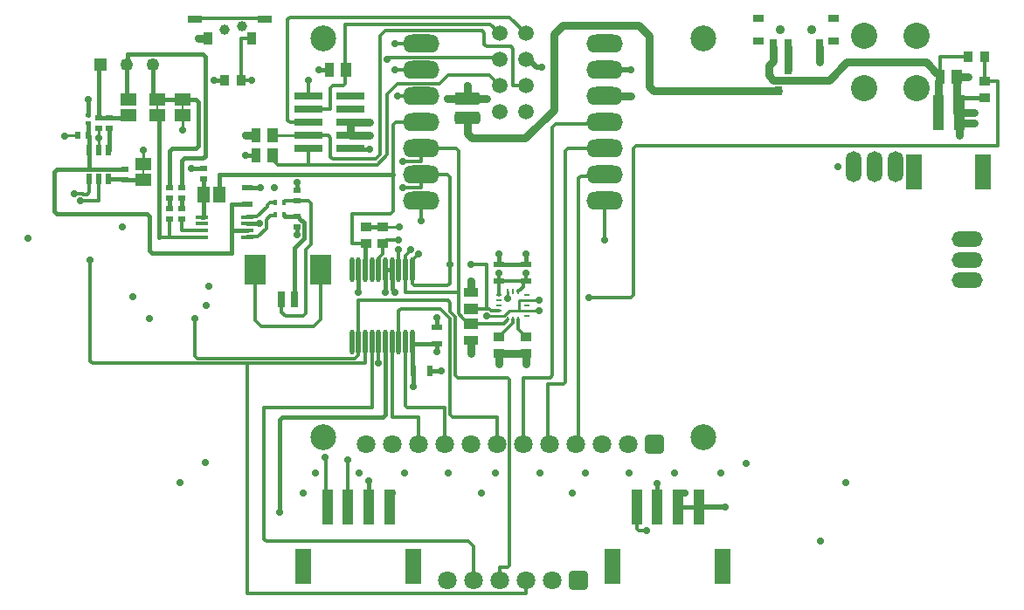
<source format=gbr>
%TF.GenerationSoftware,Altium Limited,Altium Designer,23.8.1 (32)*%
G04 Layer_Physical_Order=1*
G04 Layer_Color=255*
%FSLAX26Y26*%
%MOIN*%
%TF.SameCoordinates,3D9DC474-E985-4460-AF93-8E70B63C00C8*%
%TF.FilePolarity,Positive*%
%TF.FileFunction,Copper,L1,Top,Signal*%
%TF.Part,Single*%
G01*
G75*
%TA.AperFunction,SMDPad,CuDef*%
%ADD10R,0.059055X0.133858*%
%ADD11R,0.039370X0.137795*%
%ADD12R,0.082677X0.118110*%
%ADD13R,0.031496X0.062992*%
%ADD14R,0.027559X0.023622*%
%ADD15R,0.015748X0.019685*%
%ADD16R,0.046000X0.063000*%
%ADD17R,0.008000X0.025000*%
%ADD18R,0.063000X0.046000*%
%ADD19R,0.023622X0.027559*%
%ADD20R,0.051180X0.015750*%
%ADD21R,0.019685X0.015748*%
%ADD22R,0.039370X0.023000*%
%ADD23R,0.023622X0.043307*%
%ADD24R,0.109843X0.029134*%
%ADD25O,0.017716X0.094488*%
%ADD26R,0.039370X0.037402*%
%ADD27R,0.037402X0.057087*%
%ADD28R,0.039370X0.057087*%
%ADD29R,0.037402X0.039370*%
%TA.AperFunction,BGAPad,CuDef*%
%ADD30C,0.059055*%
%TA.AperFunction,SMDPad,CuDef*%
%ADD31O,0.140000X0.070000*%
G04:AMPARAMS|DCode=32|XSize=49.213mil|YSize=98.425mil|CornerRadius=12.303mil|HoleSize=0mil|Usage=FLASHONLY|Rotation=90.000|XOffset=0mil|YOffset=0mil|HoleType=Round|Shape=RoundedRectangle|*
%AMROUNDEDRECTD32*
21,1,0.049213,0.073819,0,0,90.0*
21,1,0.024606,0.098425,0,0,90.0*
1,1,0.024606,0.036909,0.012303*
1,1,0.024606,0.036909,-0.012303*
1,1,0.024606,-0.036909,-0.012303*
1,1,0.024606,-0.036909,0.012303*
%
%ADD32ROUNDEDRECTD32*%
%ADD33R,0.027560X0.059060*%
%ADD34R,0.019690X0.009840*%
%ADD35R,0.023000X0.039370*%
%ADD36R,0.035430X0.050000*%
%ADD37R,0.057087X0.039370*%
%ADD38R,0.009840X0.019690*%
%ADD39R,0.057087X0.037402*%
%ADD40R,0.057090X0.031500*%
%ADD41R,0.031496X0.035433*%
%ADD42R,0.039370X0.031500*%
%TA.AperFunction,Conductor*%
%ADD43C,0.016000*%
%ADD44C,0.013800*%
%ADD45C,0.020000*%
%ADD46C,0.006000*%
%ADD47C,0.013790*%
%ADD48C,0.030000*%
%ADD49C,0.010000*%
%ADD50C,0.012000*%
%TA.AperFunction,ComponentPad*%
%ADD51C,0.049213*%
%ADD52R,0.049213X0.049213*%
%ADD53C,0.100000*%
%ADD54C,0.070866*%
G04:AMPARAMS|DCode=55|XSize=70.866mil|YSize=70.866mil|CornerRadius=8.858mil|HoleSize=0mil|Usage=FLASHONLY|Rotation=180.000|XOffset=0mil|YOffset=0mil|HoleType=Round|Shape=RoundedRectangle|*
%AMROUNDEDRECTD55*
21,1,0.070866,0.053150,0,0,180.0*
21,1,0.053150,0.070866,0,0,180.0*
1,1,0.017716,-0.026575,0.026575*
1,1,0.017716,0.026575,0.026575*
1,1,0.017716,0.026575,-0.026575*
1,1,0.017716,-0.026575,-0.026575*
%
%ADD55ROUNDEDRECTD55*%
%ADD56O,0.118120X0.059060*%
%ADD57O,0.059060X0.118120*%
%ADD58C,0.039370*%
%ADD59C,0.035430*%
%TA.AperFunction,ViaPad*%
%ADD60C,0.028000*%
%ADD61C,0.098425*%
D10*
X800630Y-996063D02*
D03*
X379370D02*
D03*
X-379370Y-996063D02*
D03*
X-800630D02*
D03*
X1794390Y511949D02*
D03*
X1530610D02*
D03*
D11*
X708110Y-769685D02*
D03*
X471890D02*
D03*
X629370D02*
D03*
X550630D02*
D03*
X-471890Y-769685D02*
D03*
X-708110D02*
D03*
X-550630D02*
D03*
X-629370D02*
D03*
X1701870Y738327D02*
D03*
X1623130D02*
D03*
D12*
X-983189Y137087D02*
D03*
X-733189D02*
D03*
D13*
X-882795Y22913D02*
D03*
X-833583Y22913D02*
D03*
D14*
X-823189Y439370D02*
D03*
Y400000D02*
D03*
Y340360D02*
D03*
Y300990D02*
D03*
X-1479370Y482315D02*
D03*
Y521685D02*
D03*
X-1262800Y449685D02*
D03*
Y410315D02*
D03*
X-1579685Y676567D02*
D03*
Y715937D02*
D03*
X-1180000Y483315D02*
D03*
Y522685D02*
D03*
X-1310000Y449685D02*
D03*
Y410315D02*
D03*
X-1309060Y330315D02*
D03*
Y369685D02*
D03*
X-1262800Y330315D02*
D03*
Y369685D02*
D03*
X-1541299Y715937D02*
D03*
X-1541299Y676567D02*
D03*
D15*
X-905748Y395478D02*
D03*
X-874252D02*
D03*
X-905748Y346265D02*
D03*
X-874252D02*
D03*
D16*
X-1120000Y425000D02*
D03*
X-1180000D02*
D03*
D17*
X-1410000Y510000D02*
D03*
X-1357601Y755937D02*
D03*
X-1260000D02*
D03*
D18*
X-1410000Y540000D02*
D03*
Y480000D02*
D03*
X-1357601Y725937D02*
D03*
Y785937D02*
D03*
X-1260000Y725937D02*
D03*
Y785937D02*
D03*
X-1465590Y725937D02*
D03*
Y785937D02*
D03*
D19*
X-1659409Y649252D02*
D03*
X-1620039D02*
D03*
D20*
X-1013390Y338390D02*
D03*
Y312800D02*
D03*
Y287200D02*
D03*
Y261610D02*
D03*
X-1186610D02*
D03*
Y287200D02*
D03*
Y312800D02*
D03*
Y338390D02*
D03*
D21*
X-1620039Y727748D02*
D03*
Y696252D02*
D03*
D22*
X-1013390Y451181D02*
D03*
Y388189D02*
D03*
X-290000Y-144606D02*
D03*
Y-81614D02*
D03*
X50000Y156496D02*
D03*
X-53150D02*
D03*
Y93504D02*
D03*
X50000D02*
D03*
D23*
X-1542283Y484882D02*
D03*
X-1579685D02*
D03*
X-1617087D02*
D03*
Y595118D02*
D03*
X-1579685D02*
D03*
X-1542283D02*
D03*
D24*
X-619882Y600000D02*
D03*
Y750000D02*
D03*
Y800000D02*
D03*
X-780118Y600000D02*
D03*
Y650000D02*
D03*
Y700000D02*
D03*
Y750000D02*
D03*
Y800000D02*
D03*
X-619882Y650000D02*
D03*
Y700000D02*
D03*
D25*
X-512796Y-137795D02*
D03*
X-461614D02*
D03*
X-384842Y137795D02*
D03*
X-410434D02*
D03*
X-436024D02*
D03*
X-461614D02*
D03*
X-487204D02*
D03*
X-512796D02*
D03*
X-538386D02*
D03*
X-563976D02*
D03*
X-589566D02*
D03*
X-615158D02*
D03*
X-384842Y-137795D02*
D03*
X-615158D02*
D03*
X-563976D02*
D03*
X-410434D02*
D03*
X-538386D02*
D03*
X-589566D02*
D03*
X-436024D02*
D03*
X-487204D02*
D03*
D26*
X1800000Y856496D02*
D03*
Y793504D02*
D03*
X-496299Y238190D02*
D03*
X-560275Y301182D02*
D03*
Y238190D02*
D03*
X-496299Y301182D02*
D03*
X-53150Y-118504D02*
D03*
Y-181496D02*
D03*
X50000Y-118504D02*
D03*
Y-181496D02*
D03*
D27*
X1631004Y875000D02*
D03*
X-701496Y900000D02*
D03*
X-981496Y650000D02*
D03*
Y575000D02*
D03*
D28*
X1693996Y875000D02*
D03*
X-638504Y900000D02*
D03*
X-918504Y575000D02*
D03*
Y650000D02*
D03*
D29*
X1800000Y950000D02*
D03*
X1737008D02*
D03*
X-1038504Y860000D02*
D03*
X-1101496D02*
D03*
D30*
X50000Y1040000D02*
D03*
X-50000D02*
D03*
X50000Y940000D02*
D03*
X-50000D02*
D03*
X50000Y840000D02*
D03*
X-50000D02*
D03*
X50000Y740000D02*
D03*
X-50000D02*
D03*
D31*
X350000Y400000D02*
D03*
Y500000D02*
D03*
Y600000D02*
D03*
Y700000D02*
D03*
Y800000D02*
D03*
Y900000D02*
D03*
Y1000000D02*
D03*
X-350000Y400000D02*
D03*
Y500000D02*
D03*
Y600000D02*
D03*
Y1000000D02*
D03*
Y900000D02*
D03*
Y800000D02*
D03*
Y700000D02*
D03*
D32*
X-175000Y716043D02*
D03*
Y791043D02*
D03*
D33*
X1168580Y986100D02*
D03*
X1050470D02*
D03*
X991420D02*
D03*
D34*
X53150Y19690D02*
D03*
Y-19690D02*
D03*
X-53150Y-39370D02*
D03*
Y-19690D02*
D03*
Y39370D02*
D03*
Y19690D02*
D03*
Y0D02*
D03*
X53150Y-39370D02*
D03*
Y0D02*
D03*
Y39370D02*
D03*
D35*
X-318504Y-250000D02*
D03*
X-381496D02*
D03*
D36*
X-1162680Y1019570D02*
D03*
X-997320D02*
D03*
D37*
X-160000Y-11496D02*
D03*
Y-68504D02*
D03*
D38*
X-19690Y-53150D02*
D03*
X0D02*
D03*
X19690D02*
D03*
Y53150D02*
D03*
X0D02*
D03*
X-19690D02*
D03*
D39*
X-160000Y51496D02*
D03*
Y-131496D02*
D03*
D40*
X-1212870Y1094370D02*
D03*
X-947130D02*
D03*
D41*
X1012598Y821260D02*
D03*
X975196Y900000D02*
D03*
X1050000D02*
D03*
D42*
X1223700Y1011690D02*
D03*
Y1098310D02*
D03*
X936300Y1011690D02*
D03*
Y1098310D02*
D03*
D43*
X-1475000Y795347D02*
Y919409D01*
X-1471547Y960000D02*
X-1184373D01*
X-1471547Y922862D02*
Y960000D01*
X-1579685Y719748D02*
Y914725D01*
X-1575000Y919409D01*
X-1375000Y800937D02*
Y919409D01*
X-1475000D02*
X-1471547Y922862D01*
X-1475000Y795347D02*
X-1465590Y785937D01*
X-1360000D02*
X-1357601D01*
X-1375000Y800937D02*
X-1360000Y785937D01*
X-1579685Y719748D02*
X-1575874Y715937D01*
X-1262800Y449685D02*
Y553627D01*
X-1253427Y563000D01*
X-1184373D01*
X-1175000Y572373D01*
Y950627D01*
X-1184373Y960000D02*
X-1175000Y950627D01*
X629370Y-769685D02*
X708110D01*
X550315Y-769370D02*
Y-680315D01*
Y-769370D02*
X550630Y-769685D01*
X550000Y-680000D02*
X550315Y-680315D01*
X-1575874Y715937D02*
X-1575000D01*
X-1579685D02*
X-1575874D01*
X-1260000Y785937D02*
X-1210768D01*
X-1357601D02*
X-1260000D01*
X-796409Y280889D02*
X-796189Y280669D01*
Y258301D02*
Y280669D01*
X-833583Y22913D02*
Y220907D01*
X-796189Y258301D01*
X-821220Y340360D02*
X-806661Y325801D01*
X-823189Y340360D02*
X-821220D01*
X-796409Y280889D02*
Y318186D01*
X-806661Y325801D02*
X-804025D01*
X-796409Y318186D01*
X-874252Y344548D02*
Y346265D01*
X-823189Y439370D02*
Y470000D01*
Y269485D02*
Y300990D01*
X-874252Y344548D02*
X-870064Y340360D01*
X-823189D01*
X-550315Y-769370D02*
Y-670315D01*
X-550630Y-769685D02*
X-550315Y-769370D01*
Y-670315D02*
X-550000Y-670000D01*
X-890000Y-790000D02*
Y-434853D01*
X-880147Y-425000D01*
X-1620068Y727776D02*
X-1620039Y727748D01*
X-1620096Y786526D02*
X-1620068Y786498D01*
Y727776D02*
Y786498D01*
X-1750000Y359373D02*
X-1740627Y350000D01*
X-1395983D02*
X-1386610Y340627D01*
Y209373D02*
Y340627D01*
X-1740627Y350000D02*
X-1395983D01*
X-1750000Y359373D02*
Y512312D01*
X-1740627Y521685D01*
X-1617087D01*
X-1386610Y209373D02*
X-1377237Y200000D01*
X-1075000D01*
Y287200D01*
X-1350000Y261610D02*
Y725937D01*
X-1228500Y522685D02*
X-1180000D01*
Y338390D02*
Y425000D01*
Y483315D01*
X-1013390Y312800D02*
X-967520D01*
X-1075000Y388189D02*
X-1013390D01*
X-1075000Y287200D02*
Y388189D01*
Y287200D02*
X-1013390D01*
Y451181D02*
X-962795D01*
X-1120000Y500000D02*
X-456500D01*
X-1120000Y425000D02*
Y500000D01*
X-1357601Y725937D02*
X-1350000D01*
X-1186610Y338390D02*
X-1180000D01*
X-1310000Y449685D02*
Y590627D01*
X-1300627Y600000D01*
X-1210768D01*
X-1201395Y609373D01*
Y776565D01*
X-1210768Y785937D02*
X-1201395Y776565D01*
X-1262800Y369685D02*
Y410315D01*
X-1309060Y369685D02*
Y410315D01*
X-1310000D02*
X-1309060D01*
X-1479370Y482315D02*
X-1410000D01*
Y480000D02*
Y482315D01*
X-1541299Y715937D02*
X-1465590D01*
Y725937D01*
X-1575000Y715937D02*
X-1541299Y715937D01*
Y595118D02*
X-1541299Y676567D01*
X-1542283Y595118D02*
X-1541299D01*
X-1617087Y521685D02*
Y595118D01*
Y521685D02*
X-1479370D01*
X-1541000Y483599D02*
X-1480653D01*
X-1542283Y484882D02*
X-1541000Y483599D01*
X-1480653D02*
X-1479370Y482315D01*
X-1620039Y649252D02*
Y696252D01*
X-1618563Y647776D02*
X-1618563Y596595D01*
X-1617087Y595118D01*
X-1620039Y649252D02*
X-1618563Y647776D01*
X-1140000Y860000D02*
X-1101496D01*
X-560275Y301182D02*
X-496299D01*
X-740000Y900000D02*
X-701496D01*
X-618262Y598380D02*
X-547290D01*
X-545670Y596760D01*
X-619882Y600000D02*
X-618262Y598380D01*
X-1020000Y575000D02*
X-981496D01*
X-496577Y-425000D02*
X-485796Y-414219D01*
X-487204Y-207890D02*
Y-137795D01*
X-485796Y-414219D02*
Y-209298D01*
X-487204Y-207890D02*
X-485796Y-209298D01*
X-880147Y-425000D02*
X-496577D01*
X-384514Y-144606D02*
Y-138124D01*
Y-149536D02*
Y-144606D01*
X-384842D02*
Y-137795D01*
Y-149207D02*
Y-144606D01*
X-384514D02*
X-290000D01*
X-384842D02*
X-384514D01*
X-290000Y-176102D02*
Y-144606D01*
Y-81614D02*
Y-44606D01*
X-381496Y-308090D02*
Y-250000D01*
X1701870Y793504D02*
X1800000D01*
X-461614Y64861D02*
X-450000Y53247D01*
X-461614Y64861D02*
Y137795D01*
X-450000Y50000D02*
Y53247D01*
X-487204Y50000D02*
Y137795D01*
X-589566Y50000D02*
Y137795D01*
X-487204D02*
X-461614D01*
X-563648Y138123D02*
Y234817D01*
X-563976Y137795D02*
X-563648Y138123D01*
Y234817D02*
X-560275Y238190D01*
X50000Y156496D02*
Y196850D01*
X-53150Y156496D02*
Y196850D01*
Y156496D02*
X50000D01*
X-318504Y-250000D02*
X-275000D01*
X-384514Y-149536D02*
X-384049Y-150000D01*
X-384842Y-149207D02*
X-384514Y-149536D01*
Y-246982D02*
Y-149536D01*
X-384842Y-137795D02*
X-384514Y-138124D01*
Y-246982D02*
X-381496Y-250000D01*
D44*
X-629685Y-769370D02*
Y-590315D01*
Y-769370D02*
X-629370Y-769685D01*
X-630000Y-590000D02*
X-629685Y-590315D01*
X-713721Y-764074D02*
Y-580217D01*
Y-764074D02*
X-708110Y-769685D01*
X-716438Y-577500D02*
X-713721Y-580217D01*
X-960000Y-80000D02*
X-760000D01*
X-983189Y-56811D02*
X-960000Y-80000D01*
X-983189Y-56811D02*
Y137087D01*
X-760000Y-80000D02*
X-733189Y-53189D01*
Y137087D01*
X-150000Y-1050000D02*
Y-920000D01*
X-941916Y-900000D02*
X-170000D01*
X-150000Y-920000D01*
X471890Y-851916D02*
Y-769685D01*
X479974Y-860000D02*
X510000D01*
X471890Y-851916D02*
X479974Y-860000D01*
X-770919Y232600D02*
Y391916D01*
X-823189Y400000D02*
X-779003D01*
X-770919Y391916D01*
X-790000Y-30000D02*
Y213519D01*
X-770919Y232600D01*
X-871698Y400000D02*
X-823189D01*
X-867047Y-40000D02*
X-800000D01*
X-790000Y-30000D01*
X-882795Y-24252D02*
Y22913D01*
Y-24252D02*
X-867047Y-40000D01*
X-874252Y397446D02*
X-871698Y400000D01*
X-874252Y395478D02*
Y397446D01*
X-938189Y385635D02*
X-928347Y395478D01*
X-905748D01*
X-938189Y376777D02*
Y385635D01*
X-975601Y339365D02*
X-938189Y376777D01*
X-1012415Y339365D02*
X-975601D01*
X-1013390Y338390D02*
X-1012415Y339365D01*
X-941620Y328319D02*
X-926617Y343322D01*
X-941620Y302072D02*
Y328319D01*
X-926617Y343322D02*
X-906722D01*
X-905748Y344296D01*
Y346265D01*
X-941851Y301842D02*
X-941620Y302072D01*
X-941851Y295075D02*
Y301842D01*
X-1012415Y262585D02*
X-974341D01*
X-1013390Y261610D02*
X-1012415Y262585D01*
X-974341D02*
X-941851Y295075D01*
X510000Y-860000D02*
X511811D01*
X-12667Y-991916D02*
Y-283084D01*
X-211876Y-275000D02*
X-20751D01*
X-50000Y-1050000D02*
Y-1000000D01*
X-20751D01*
X-12667Y-991916D01*
X-20751Y-275000D02*
X-12667Y-283084D01*
X-409685Y138544D02*
Y191555D01*
X-391106Y210133D02*
Y213976D01*
X-410434Y137795D02*
X-409685Y138544D01*
Y191555D02*
X-391106Y210133D01*
X-160000Y-68504D02*
X-34079D01*
X-168858D02*
X-160000D01*
X-950000Y-891916D02*
X-941916Y-900000D01*
X-950000Y-891916D02*
Y-390000D01*
X1631004Y888543D02*
Y950000D01*
X350000Y250000D02*
Y400000D01*
X-420000Y450000D02*
X-350000D01*
Y500000D01*
X-420000Y550000D02*
X-350000D01*
Y600000D01*
X-456500Y500000D02*
Y691916D01*
X-1650000Y400000D02*
X-1579685D01*
X-1639193Y425821D02*
X-1625170D01*
X-1617087Y433905D02*
Y484882D01*
X-1639272Y425900D02*
X-1639193Y425821D01*
X-1625170D02*
X-1617087Y433905D01*
X-1675000Y425900D02*
X-1639272D01*
X-1309060Y261610D02*
X-1186610D01*
X-1309060D02*
Y330315D01*
X-1350000Y261610D02*
X-1309060D01*
X-1262800Y287200D02*
Y330315D01*
Y287200D02*
X-1186610D01*
X-456500Y361584D02*
Y500000D01*
X-439728Y800000D02*
X-350000D01*
X-1579685Y400000D02*
Y484882D01*
X-780118Y800000D02*
Y860000D01*
X-1038504D02*
X-997320D01*
X-1038504D02*
Y1019570D01*
X-997320D01*
X-780118Y650000D02*
X-704122D01*
X-696038Y568084D02*
Y641916D01*
X-704122Y650000D02*
X-696038Y641916D01*
X-687955Y560000D02*
X-523372D01*
X-696038Y568084D02*
X-687955Y560000D01*
X-56900Y946900D02*
X-50000Y940000D01*
X-469257Y946900D02*
X-56900D01*
X162893Y692893D02*
X342893D01*
X150000Y-266916D02*
Y680000D01*
X162893Y692893D01*
X-851916Y700000D02*
X-780118D01*
X-860000Y708084D02*
X-851916Y700000D01*
X-860000Y708084D02*
Y1094329D01*
X-480000Y806628D02*
X-439728Y846900D01*
X-480000Y576785D02*
Y806628D01*
X-518363Y538422D02*
X-480000Y576785D01*
X-505900Y577472D02*
Y1030116D01*
X-523372Y560000D02*
X-505900Y577472D01*
Y1030116D02*
X-486016Y1050000D01*
X-696038Y750000D02*
Y831916D01*
X-687955Y840000D01*
X-648084D02*
X-640000Y848084D01*
Y1075570D01*
X-687955Y840000D02*
X-648084D01*
X-780118Y750000D02*
X-696038D01*
X-780118Y538422D02*
X-518363D01*
X-897635D02*
X-780118D01*
Y600000D01*
X-918504Y575000D02*
X-905719Y562215D01*
Y546506D02*
X-897635Y538422D01*
X-905719Y546506D02*
Y562215D01*
X-439728Y846900D02*
X-279990D01*
X-486016Y1050000D02*
X-118084D01*
X-279990Y846900D02*
X-246890Y880000D01*
X-456500Y691916D02*
X-448416Y700000D01*
X-468084Y350000D02*
X-456500Y361584D01*
X-448416Y700000D02*
X-350000D01*
X-780118Y750000D02*
X-772451Y757667D01*
X-860000Y1094329D02*
X-851916Y1102413D01*
X-12413D01*
X-480000Y940000D02*
X-476158D01*
X-469257Y946900D01*
X-615158Y350000D02*
X-468084D01*
X-85570Y1075570D02*
X-50000Y1040000D01*
X-640000Y1075570D02*
X-85570D01*
X-110000Y998084D02*
Y1041916D01*
X-118084Y1050000D02*
X-110000Y1041916D01*
X-246890Y880000D02*
X-90000D01*
X-50000Y840000D01*
X-101916Y990000D02*
X-8084D01*
X-110000Y998084D02*
X-101916Y990000D01*
X-8084D02*
X0Y981916D01*
Y840000D02*
Y981916D01*
X-12413Y1102413D02*
X50000Y1040000D01*
X0Y840000D02*
X50000D01*
X-951155Y1098395D02*
X-947130Y1094370D01*
X-1208845Y1098395D02*
X-951155D01*
X-1212870Y1094370D02*
X-1208845Y1098395D01*
X-1014947Y-220482D02*
X-563976D01*
X-1604518D02*
X-1014947D01*
Y-1100000D02*
Y-220482D01*
Y-1100000D02*
X50000D01*
Y-1050000D01*
X-538696Y-209754D02*
X-538386Y-209444D01*
X-538696Y-231210D02*
Y-209754D01*
X-538386Y-390000D02*
Y-231520D01*
Y-209444D02*
Y-137795D01*
X-538696Y-231210D02*
X-538386Y-231520D01*
X-950000Y-390000D02*
X-538386D01*
X-248084Y19685D02*
X-240000Y11601D01*
Y-23141D02*
X-221200Y-41941D01*
X-590315Y19685D02*
X-248084D01*
X-240000Y-23141D02*
Y11601D01*
X-221200Y-265676D02*
X-211876Y-275000D01*
X-221200Y-265676D02*
Y-41941D01*
X-208527Y-28026D02*
X-192400Y-44154D01*
X-231916Y-425000D02*
X-60000D01*
X-240000Y-416916D02*
X-231916Y-425000D01*
X-278232Y-11496D02*
X-240000Y-49728D01*
Y-416916D02*
Y-49728D01*
X-436024Y-19580D02*
X-427940Y-11496D01*
X-192400Y-44962D02*
X-168858Y-68504D01*
X-427940Y-11496D02*
X-278232D01*
X-436024Y-137795D02*
Y-19580D01*
X-192400Y-44962D02*
Y-44154D01*
X-60000Y-527500D02*
Y-425000D01*
X-410434Y-381916D02*
Y-137795D01*
X-461614Y-425000D02*
X-360000D01*
X-461614D02*
Y-137795D01*
X-512796Y-220482D02*
Y-137795D01*
X-410434Y-381916D02*
X-402350Y-390000D01*
X-260000D01*
Y-527500D02*
Y-390000D01*
X-360000Y-527500D02*
Y-425000D01*
X342893Y692893D02*
X350000Y700000D01*
X141916Y-275000D02*
X150000Y-266916D01*
X450000Y30000D02*
X460020Y40020D01*
Y601916D02*
X468104Y610000D01*
X1850000D01*
X460020Y40020D02*
Y601916D01*
X290000Y30000D02*
X450000D01*
X1850000Y610000D02*
Y856496D01*
X1800000D02*
X1850000D01*
X-590315Y-138545D02*
Y19685D01*
X-208527Y-28026D02*
Y591916D01*
X40000Y-527500D02*
Y-275000D01*
X141916D01*
X-563976Y-220482D02*
Y-137795D01*
X-410434Y50000D02*
X-209907D01*
X-249252Y77000D02*
X-241168Y85084D01*
Y156496D01*
X-376758Y77000D02*
X-249252D01*
X-410434Y50000D02*
Y137795D01*
X-1613390Y-211610D02*
X-1604518Y-220482D01*
X-1213390Y-193598D02*
Y-50000D01*
Y-193598D02*
X-1205306Y-201682D01*
X-603919D01*
X-1613390Y-211610D02*
Y175000D01*
X-603919Y-201682D02*
X-590315Y-188078D01*
Y-138545D01*
X-589566Y-137795D01*
X-475430Y250000D02*
X-436034D01*
X-436024Y249990D01*
X-496299Y238190D02*
X-484498Y249990D01*
X-475440D01*
X-475430Y250000D01*
X208084Y600000D02*
X350000D01*
X134099Y-300000D02*
X191916D01*
X200000Y-291916D02*
Y591916D01*
X191916Y-300000D02*
X200000Y-291916D01*
Y591916D02*
X208084Y600000D01*
X250000Y487365D02*
X258084Y495449D01*
X240000Y-527500D02*
X250000Y-517500D01*
Y487365D01*
X258084Y495449D02*
X346703D01*
X350000Y498746D01*
Y500000D01*
X134099Y-527500D02*
Y-300000D01*
Y-527500D02*
X140000D01*
X-241168Y156496D02*
Y491916D01*
X-384842Y85084D02*
X-376758Y77000D01*
X-384842Y85084D02*
Y137795D01*
X-216611Y600000D02*
X-208527Y591916D01*
X-249252Y500000D02*
X-241168Y491916D01*
X-350000Y500000D02*
X-249252D01*
X-350000Y600000D02*
X-216611D01*
X-100000Y-11496D02*
X-91246D01*
X-160000D02*
X-100000D01*
X-160000Y156496D02*
X-100000D01*
Y-11496D02*
Y156496D01*
X-350000Y324686D02*
Y400000D01*
X-615158Y238190D02*
X-560275D01*
X-615158D02*
Y350000D01*
X-450000Y900000D02*
X-350000D01*
X-450000Y1000000D02*
X-350000D01*
X1631004Y950000D02*
X1737008D01*
X1800000Y856496D02*
Y950000D01*
X-512047Y183041D02*
X-496299Y198789D01*
X-512796Y137795D02*
X-512047Y138544D01*
X-496299Y198789D02*
Y238190D01*
X-512047Y138544D02*
Y183041D01*
X-34079Y-68504D02*
X-19690Y-54115D01*
Y-53150D01*
X-83052Y-19690D02*
X-53150D01*
X-91246Y-11496D02*
X-83052Y-19690D01*
D45*
X708110Y-769685D02*
X810000D01*
X50000Y940000D02*
X60568D01*
X88470Y912099D02*
X108469D01*
X60568Y940000D02*
X88470Y912099D01*
X108469D02*
X110000Y910568D01*
X350000Y900000D02*
X450000D01*
D46*
X-384842Y137795D02*
Y175452D01*
X-361505Y198789D02*
X-360777D01*
D47*
X-384842Y175452D02*
X-361505Y198789D01*
D48*
X975196Y900000D02*
X975944Y899252D01*
Y879857D02*
Y899252D01*
X993518Y862283D02*
X1205668D01*
X975944Y879857D02*
X993518Y862283D01*
X1576004Y930000D02*
X1617461Y888543D01*
X1205668Y862283D02*
X1273385Y930000D01*
X1576004D01*
X1623130Y738326D02*
Y857284D01*
X1631004Y865158D02*
Y884842D01*
X1623130Y857284D02*
X1631004Y865158D01*
X1627303Y888543D02*
X1631004Y884842D01*
X1617461Y888543D02*
X1627303D01*
X156131Y749024D02*
Y1036130D01*
X-157426Y640000D02*
X47107D01*
X156131Y749024D01*
X480000Y1070000D02*
X518740Y1031260D01*
X156131Y1036130D02*
X190000Y1070000D01*
X480000D01*
X518740Y838834D02*
Y1031260D01*
X536314Y821260D02*
X1012598D01*
X518740Y838834D02*
X536314Y821260D01*
X-175000Y657574D02*
X-157426Y640000D01*
X-175000Y657574D02*
Y716043D01*
X-619882Y700000D02*
X-545670D01*
X-619882Y650000D02*
X-545670D01*
X-619882D02*
Y700000D01*
X-1200000Y1019570D02*
X-1162680D01*
X-1200000D02*
Y1020000D01*
X-1020000Y650000D02*
X-981496D01*
X1168580Y930000D02*
Y986100D01*
X1050470Y900000D02*
Y986100D01*
X1050000Y900000D02*
X1050470D01*
X975944Y902717D02*
Y918541D01*
X991420Y934017D02*
Y986100D01*
X975944Y918541D02*
X991420Y934017D01*
X-250000Y791043D02*
X-175000D01*
X-100000D01*
X-175000D02*
Y840000D01*
X1693996Y875000D02*
X1737008D01*
X1701870Y698685D02*
X1760000D01*
X1701870Y650000D02*
Y694000D01*
X1693996Y738326D02*
Y875000D01*
X1701870Y698685D02*
Y738326D01*
X1760000D01*
X1693996D02*
X1701870D01*
X50000Y-221850D02*
Y-181496D01*
X-53150Y-221850D02*
Y-181496D01*
X50000D01*
X-160000Y51496D02*
Y93504D01*
Y-181496D02*
Y-131496D01*
X350000Y800000D02*
X450000D01*
D49*
X-1659441Y649220D02*
X-1659409Y649252D01*
X-1711181Y649189D02*
X-1711149Y649220D01*
X-1659441D01*
X-1410000Y540000D02*
Y595118D01*
X-1260000Y670000D02*
Y725937D01*
X-1579685Y642362D02*
Y676567D01*
Y595118D02*
Y642362D01*
X23535Y-19690D02*
X53150D01*
X-15137D02*
X23535D01*
Y19690D01*
X53150D01*
X100000D01*
X-496299Y301182D02*
X-433347D01*
X-918504Y650000D02*
X-780118D01*
X-19690Y26890D02*
Y53150D01*
X-34737Y-39290D02*
X-15137Y-19690D01*
X-53150Y-39370D02*
X-53070Y-39290D01*
X-34737D01*
X-100000Y-39370D02*
X-53150D01*
X53150Y-19690D02*
X100000D01*
D50*
X-53150Y93504D02*
X44202D01*
X50000D02*
Y125000D01*
X-53150Y93504D02*
Y125000D01*
X-436024Y137795D02*
Y213976D01*
X19690Y-89178D02*
X49016Y-118504D01*
X19690Y-89178D02*
Y-53150D01*
X49016Y-118504D02*
X50000D01*
X-1080Y-66434D02*
Y-54230D01*
X-39465Y-105803D02*
Y-104819D01*
X-52166Y-118504D02*
X-39465Y-105803D01*
X-1080Y-54230D02*
X0Y-53150D01*
X-39465Y-104819D02*
X-1080Y-66434D01*
X-53150Y-118504D02*
X-52166D01*
X19690Y53150D02*
Y55915D01*
X20770Y56995D02*
X23535D01*
X38702Y72162D02*
Y88004D01*
X44202Y93504D02*
X50000D01*
X38702Y88004D02*
X44202Y93504D01*
X23535Y56995D02*
X38702Y72162D01*
X19690Y55915D02*
X20770Y56995D01*
X-53150Y39370D02*
Y93504D01*
D51*
X-1475000Y919409D02*
D03*
X-1375000D02*
D03*
D52*
X-1575000D02*
D03*
D53*
X1540000Y830000D02*
D03*
X1340000D02*
D03*
Y1030000D02*
D03*
X1540000D02*
D03*
D54*
X-250000Y-1050000D02*
D03*
X-150000D02*
D03*
X-50000D02*
D03*
X50000D02*
D03*
X150000D02*
D03*
X340000Y-527500D02*
D03*
X-60000D02*
D03*
X-260000D02*
D03*
X-460000D02*
D03*
X140000D02*
D03*
X40000D02*
D03*
X240000D02*
D03*
X-360000D02*
D03*
X-560000D02*
D03*
X-160000D02*
D03*
X440000D02*
D03*
D55*
X250000Y-1050000D02*
D03*
X540000Y-527500D02*
D03*
D56*
X1734330Y96260D02*
D03*
Y175000D02*
D03*
Y253740D02*
D03*
D57*
X1301260Y529330D02*
D03*
X1380000D02*
D03*
X1458740D02*
D03*
D58*
X-1099684Y1055000D02*
D03*
X-1034720Y1066810D02*
D03*
D59*
X1139060Y1055000D02*
D03*
X1020940D02*
D03*
D60*
X-630000Y-590000D02*
D03*
X-716438Y-577500D02*
D03*
X810000Y-769685D02*
D03*
X550000Y-680000D02*
D03*
X-823189Y470000D02*
D03*
Y269485D02*
D03*
X510000Y-860000D02*
D03*
X-360777Y198789D02*
D03*
X-391106Y213976D02*
D03*
X-550000Y-670000D02*
D03*
X-890000Y-790000D02*
D03*
X-1711181Y649189D02*
D03*
X-1620096Y786526D02*
D03*
X-420000Y450000D02*
D03*
Y550000D02*
D03*
X-1650000Y400000D02*
D03*
X-1675000Y425900D02*
D03*
X-909252Y451181D02*
D03*
X-1228500Y522685D02*
D03*
X-967520Y312800D02*
D03*
X-962795Y451181D02*
D03*
X-439728Y800000D02*
D03*
X-1170770Y0D02*
D03*
X-1410000Y595118D02*
D03*
X-1260000Y670000D02*
D03*
X-1579685Y642362D02*
D03*
X-997320Y860000D02*
D03*
X-1140000D02*
D03*
X350000Y250000D02*
D03*
X-1160000Y75000D02*
D03*
X-780118Y860000D02*
D03*
X100000Y19690D02*
D03*
X-433347Y301182D02*
D03*
X-740000Y900000D02*
D03*
X-545670Y700000D02*
D03*
Y650000D02*
D03*
Y596760D02*
D03*
X-480000Y940000D02*
D03*
X-1200000Y1020000D02*
D03*
X-1020000Y650000D02*
D03*
Y575000D02*
D03*
X-512796Y-220482D02*
D03*
X-587746Y-640000D02*
D03*
X-247746D02*
D03*
X792254D02*
D03*
X442254D02*
D03*
X102254D02*
D03*
X1168580Y930000D02*
D03*
X-250000Y791043D02*
D03*
X-100000D02*
D03*
X-175000Y840000D02*
D03*
X1737008Y875000D02*
D03*
X1760000Y698685D02*
D03*
X1701870Y650000D02*
D03*
X1760000Y738326D02*
D03*
X110000Y910568D02*
D03*
X290000Y30000D02*
D03*
X-19690Y26890D02*
D03*
X50000Y125000D02*
D03*
X-53150D02*
D03*
X-290000Y-176102D02*
D03*
Y-44606D02*
D03*
X-381496Y-308090D02*
D03*
X1172980Y-900000D02*
D03*
X-1213390Y-50000D02*
D03*
X-1613390Y175000D02*
D03*
X-1450000Y33270D02*
D03*
X-1850000Y258270D02*
D03*
X-1490000Y300000D02*
D03*
X-1386610Y-50000D02*
D03*
X-436024Y249990D02*
D03*
X-241168Y156496D02*
D03*
X-160000D02*
D03*
X-350000Y324686D02*
D03*
X-450000Y900000D02*
D03*
Y1000000D02*
D03*
X1240963Y529330D02*
D03*
X225000Y-716000D02*
D03*
X277104Y-640000D02*
D03*
X-66646D02*
D03*
X-460000Y-715550D02*
D03*
X-120630Y-716000D02*
D03*
X-414330Y-640000D02*
D03*
X-754146D02*
D03*
X-800000Y-715550D02*
D03*
X656082D02*
D03*
X616920Y-640000D02*
D03*
X889520Y-602500D02*
D03*
X1270000Y-675000D02*
D03*
X-1270000D02*
D03*
X-1172980Y-600000D02*
D03*
X-450000Y50000D02*
D03*
X-487204D02*
D03*
X-589566D02*
D03*
X-436024Y213976D02*
D03*
X50000Y196850D02*
D03*
X-53150D02*
D03*
X-275000Y-250000D02*
D03*
X50000Y-221850D02*
D03*
X-53150D02*
D03*
X-160000Y93504D02*
D03*
Y-181496D02*
D03*
X-100000Y-39370D02*
D03*
X100000Y-19690D02*
D03*
X450000Y900000D02*
D03*
Y800000D02*
D03*
D61*
X725000Y1022500D02*
D03*
X-725000D02*
D03*
Y-502500D02*
D03*
X725000D02*
D03*
%TF.MD5,cff701f5aa394f449f1f7db6dded0b90*%
M02*

</source>
